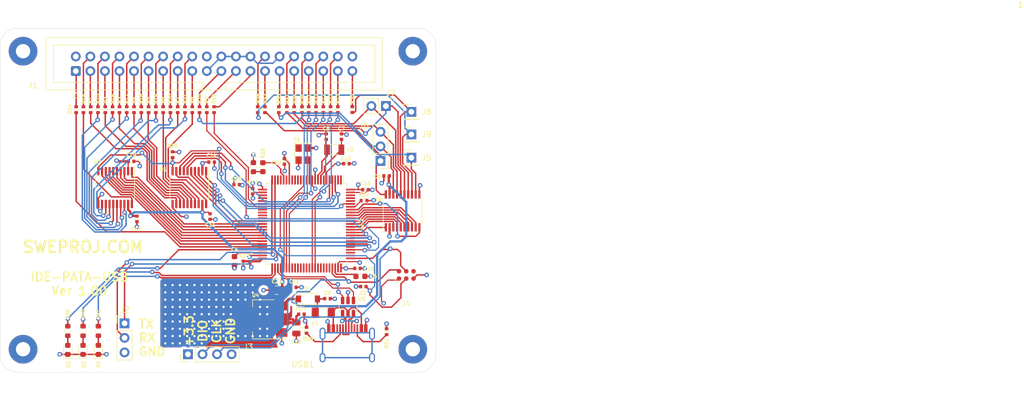
<source format=kicad_pcb>
(kicad_pcb (version 20211014) (generator pcbnew)

  (general
    (thickness 1.6)
  )

  (paper "A4")
  (title_block
    (date "2022-11-21")
  )

  (layers
    (0 "F.Cu" signal)
    (1 "In1.Cu" signal)
    (2 "In2.Cu" signal)
    (31 "B.Cu" signal)
    (32 "B.Adhes" user "B.Adhesive")
    (33 "F.Adhes" user "F.Adhesive")
    (34 "B.Paste" user)
    (35 "F.Paste" user)
    (36 "B.SilkS" user "B.Silkscreen")
    (37 "F.SilkS" user "F.Silkscreen")
    (38 "B.Mask" user)
    (39 "F.Mask" user)
    (40 "Dwgs.User" user "User.Drawings")
    (41 "Cmts.User" user "User.Comments")
    (42 "Eco1.User" user "User.Eco1")
    (43 "Eco2.User" user "User.Eco2")
    (44 "Edge.Cuts" user)
    (45 "Margin" user)
    (46 "B.CrtYd" user "B.Courtyard")
    (47 "F.CrtYd" user "F.Courtyard")
    (48 "B.Fab" user)
    (49 "F.Fab" user)
  )

  (setup
    (stackup
      (layer "F.SilkS" (type "Top Silk Screen"))
      (layer "F.Paste" (type "Top Solder Paste"))
      (layer "F.Mask" (type "Top Solder Mask") (thickness 0.01))
      (layer "F.Cu" (type "copper") (thickness 0.035))
      (layer "dielectric 1" (type "core") (thickness 0.48) (material "FR4") (epsilon_r 4.5) (loss_tangent 0.02))
      (layer "In1.Cu" (type "copper") (thickness 0.035))
      (layer "dielectric 2" (type "prepreg") (thickness 0.48) (material "FR4") (epsilon_r 4.5) (loss_tangent 0.02))
      (layer "In2.Cu" (type "copper") (thickness 0.035))
      (layer "dielectric 3" (type "core") (thickness 0.48) (material "FR4") (epsilon_r 4.5) (loss_tangent 0.02))
      (layer "B.Cu" (type "copper") (thickness 0.035))
      (layer "B.Mask" (type "Bottom Solder Mask") (thickness 0.01))
      (layer "B.Paste" (type "Bottom Solder Paste"))
      (layer "B.SilkS" (type "Bottom Silk Screen"))
      (copper_finish "None")
      (dielectric_constraints no)
    )
    (pad_to_mask_clearance 0)
    (pcbplotparams
      (layerselection 0x00010fc_ffffffff)
      (disableapertmacros false)
      (usegerberextensions true)
      (usegerberattributes false)
      (usegerberadvancedattributes false)
      (creategerberjobfile false)
      (svguseinch false)
      (svgprecision 6)
      (excludeedgelayer true)
      (plotframeref false)
      (viasonmask false)
      (mode 1)
      (useauxorigin false)
      (hpglpennumber 1)
      (hpglpenspeed 20)
      (hpglpendiameter 15.000000)
      (dxfpolygonmode true)
      (dxfimperialunits true)
      (dxfusepcbnewfont true)
      (psnegative false)
      (psa4output false)
      (plotreference true)
      (plotvalue false)
      (plotinvisibletext false)
      (sketchpadsonfab false)
      (subtractmaskfromsilk true)
      (outputformat 1)
      (mirror false)
      (drillshape 0)
      (scaleselection 1)
      (outputdirectory "out/")
    )
  )

  (net 0 "")
  (net 1 "GND")
  (net 2 "Net-(J1-Pad38)")
  (net 3 "Net-(J1-Pad37)")
  (net 4 "Net-(J1-Pad36)")
  (net 5 "Net-(J1-Pad35)")
  (net 6 "Net-(J1-Pad33)")
  (net 7 "Net-(J1-Pad25)")
  (net 8 "Net-(J1-Pad23)")
  (net 9 "Net-(J1-Pad18)")
  (net 10 "Net-(J1-Pad17)")
  (net 11 "Net-(J1-Pad16)")
  (net 12 "Net-(J1-Pad15)")
  (net 13 "Net-(J1-Pad14)")
  (net 14 "Net-(J1-Pad13)")
  (net 15 "Net-(J1-Pad12)")
  (net 16 "Net-(J1-Pad11)")
  (net 17 "Net-(J1-Pad10)")
  (net 18 "Net-(J1-Pad9)")
  (net 19 "Net-(J1-Pad8)")
  (net 20 "Net-(J1-Pad7)")
  (net 21 "Net-(J1-Pad6)")
  (net 22 "Net-(J1-Pad5)")
  (net 23 "Net-(J1-Pad4)")
  (net 24 "Net-(J1-Pad3)")
  (net 25 "Net-(J1-Pad1)")
  (net 26 "/CS0")
  (net 27 "/DD1A")
  (net 28 "/DD3A")
  (net 29 "/OE")
  (net 30 "/DD4A")
  (net 31 "/DD6A")
  (net 32 "+3V3")
  (net 33 "/DD5A")
  (net 34 "/DD2A")
  (net 35 "/DD0A")
  (net 36 "/DIOW")
  (net 37 "/CS1")
  (net 38 "/DA2")
  (net 39 "/DA0")
  (net 40 "/DD14A")
  (net 41 "/DD12A")
  (net 42 "/DD10A")
  (net 43 "/DD8A")
  (net 44 "/DIOR")
  (net 45 "/DD7A")
  (net 46 "/DD9A")
  (net 47 "/DD11A")
  (net 48 "/DD13A")
  (net 49 "/DD15A")
  (net 50 "/RESET")
  (net 51 "/DA1")
  (net 52 "/DD7B")
  (net 53 "/DD6B")
  (net 54 "/DD5B")
  (net 55 "/DD4B")
  (net 56 "/DD3B")
  (net 57 "/DD2B")
  (net 58 "/DD1B")
  (net 59 "/DD0B")
  (net 60 "/DD8B")
  (net 61 "/DD9B")
  (net 62 "/DD10B")
  (net 63 "/DD11B")
  (net 64 "/DD12B")
  (net 65 "/DD13B")
  (net 66 "/DD14B")
  (net 67 "/DD15B")
  (net 68 "+5V")
  (net 69 "/nRST")
  (net 70 "Net-(C4-Pad1)")
  (net 71 "Net-(C5-Pad1)")
  (net 72 "Net-(C6-Pad1)")
  (net 73 "Net-(C7-Pad1)")
  (net 74 "USB_POWER")
  (net 75 "unconnected-(J1-Pad20)")
  (net 76 "/SWDIO")
  (net 77 "/SWCLK")
  (net 78 "unconnected-(J4-Pad6)")
  (net 79 "Net-(L1-Pad2)")
  (net 80 "Net-(R27-Pad1)")
  (net 81 "Net-(R28-Pad2)")
  (net 82 "Net-(R30-Pad2)")
  (net 83 "Net-(R31-Pad2)")
  (net 84 "unconnected-(U3-Pad1)")
  (net 85 "unconnected-(U3-Pad2)")
  (net 86 "unconnected-(U3-Pad7)")
  (net 87 "unconnected-(U3-Pad15)")
  (net 88 "unconnected-(U3-Pad16)")
  (net 89 "unconnected-(U3-Pad17)")
  (net 90 "unconnected-(U3-Pad18)")
  (net 91 "/UART_TX")
  (net 92 "/UART_RX")
  (net 93 "unconnected-(U3-Pad29)")
  (net 94 "unconnected-(U3-Pad30)")
  (net 95 "unconnected-(U3-Pad31)")
  (net 96 "unconnected-(U3-Pad34)")
  (net 97 "unconnected-(U3-Pad35)")
  (net 98 "unconnected-(U3-Pad36)")
  (net 99 "unconnected-(U3-Pad58)")
  (net 100 "unconnected-(U3-Pad59)")
  (net 101 "unconnected-(U3-Pad60)")
  (net 102 "unconnected-(U3-Pad61)")
  (net 103 "unconnected-(U3-Pad62)")
  (net 104 "unconnected-(U3-Pad63)")
  (net 105 "unconnected-(U3-Pad64)")
  (net 106 "unconnected-(U3-Pad67)")
  (net 107 "unconnected-(U3-Pad68)")
  (net 108 "unconnected-(U3-Pad69)")
  (net 109 "/USB-")
  (net 110 "/USB+")
  (net 111 "unconnected-(U3-Pad77)")
  (net 112 "unconnected-(U3-Pad78)")
  (net 113 "unconnected-(U3-Pad80)")
  (net 114 "unconnected-(U3-Pad96)")
  (net 115 "unconnected-(U3-Pad97)")
  (net 116 "unconnected-(U3-Pad98)")
  (net 117 "Net-(U5-Pad4)")
  (net 118 "Net-(F1-Pad2)")
  (net 119 "Net-(U5-Pad6)")
  (net 120 "unconnected-(USB1-Pad13)")
  (net 121 "unconnected-(USB1-Pad9)")
  (net 122 "unconnected-(USB1-Pad3)")
  (net 123 "unconnected-(H1-Pad1)")
  (net 124 "unconnected-(H2-Pad1)")
  (net 125 "unconnected-(H3-Pad1)")
  (net 126 "unconnected-(H4-Pad1)")
  (net 127 "/IORDYB")
  (net 128 "/CSELB")
  (net 129 "/DMACKB")
  (net 130 "/INTRQB")
  (net 131 "/IOCS16B")
  (net 132 "/PDIAGB")
  (net 133 "/ACTB")
  (net 134 "/DMARQB")
  (net 135 "/ACTA")
  (net 136 "/CSELA")
  (net 137 "/IOCS16A")
  (net 138 "/PDIAGA")
  (net 139 "/DMARQA")
  (net 140 "/INTRQA")
  (net 141 "Net-(J1-Pad21)")
  (net 142 "Net-(J1-Pad27)")
  (net 143 "Net-(J1-Pad28)")
  (net 144 "Net-(J1-Pad29)")
  (net 145 "Net-(J1-Pad31)")
  (net 146 "Net-(J1-Pad32)")
  (net 147 "Net-(J1-Pad34)")
  (net 148 "Net-(J1-Pad39)")
  (net 149 "/IORDYA")
  (net 150 "/DMACKA")
  (net 151 "/OE2")
  (net 152 "Net-(D2-Pad2)")
  (net 153 "Net-(D3-Pad2)")
  (net 154 "Net-(D4-Pad2)")
  (net 155 "/LED1")
  (net 156 "/LED2")
  (net 157 "/LED3")
  (net 158 "unconnected-(U3-Pad23)")
  (net 159 "unconnected-(U3-Pad20)")
  (net 160 "unconnected-(U3-Pad22)")
  (net 161 "unconnected-(U3-Pad28)")
  (net 162 "unconnected-(U3-Pad33)")
  (net 163 "unconnected-(U3-Pad70)")
  (net 164 "unconnected-(U3-Pad71)")
  (net 165 "Net-(U3-Pad12)")
  (net 166 "unconnected-(U3-Pad13)")
  (net 167 "unconnected-(X1-Pad1)")

  (footprint "Connector_IDC:IDC-Header_2x20_P2.54mm_Vertical" (layer "F.Cu") (at 68.199 93.4625 90))

  (footprint "Resistor_SMD:R_0402_1005Metric" (layer "F.Cu") (at 70.801457 100.205 -90))

  (footprint "Resistor_SMD:R_0402_1005Metric" (layer "F.Cu") (at 73.341457 100.205 -90))

  (footprint "Resistor_SMD:R_0402_1005Metric" (layer "F.Cu") (at 75.819 100.203 -90))

  (footprint "Resistor_SMD:R_0402_1005Metric" (layer "F.Cu") (at 78.359 100.203 -90))

  (footprint "Resistor_SMD:R_0402_1005Metric" (layer "F.Cu") (at 80.899 100.203 -90))

  (footprint "Resistor_SMD:R_0402_1005Metric" (layer "F.Cu") (at 83.439 100.203 -90))

  (footprint "Resistor_SMD:R_0402_1005Metric" (layer "F.Cu") (at 85.979 100.203 -90))

  (footprint "Resistor_SMD:R_0402_1005Metric" (layer "F.Cu") (at 88.519 100.203 -90))

  (footprint "Resistor_SMD:R_0402_1005Metric" (layer "F.Cu") (at 91.059 100.203 -90))

  (footprint "Resistor_SMD:R_0402_1005Metric" (layer "F.Cu") (at 92.329 100.203 -90))

  (footprint "Resistor_SMD:R_0402_1005Metric" (layer "F.Cu") (at 108.839 100.203 -90))

  (footprint "Resistor_SMD:R_0402_1005Metric" (layer "F.Cu") (at 111.379 100.203 -90))

  (footprint "Resistor_SMD:R_0402_1005Metric" (layer "F.Cu") (at 113.919 100.203 -90))

  (footprint "Resistor_SMD:R_0402_1005Metric" (layer "F.Cu") (at 69.531457 100.205 90))

  (footprint "Resistor_SMD:R_0402_1005Metric" (layer "F.Cu") (at 72.071457 100.205 90))

  (footprint "Resistor_SMD:R_0402_1005Metric" (layer "F.Cu") (at 74.611457 100.205 90))

  (footprint "Resistor_SMD:R_0402_1005Metric" (layer "F.Cu") (at 77.089 100.203 90))

  (footprint "Resistor_SMD:R_0402_1005Metric" (layer "F.Cu") (at 79.629 100.203 90))

  (footprint "Resistor_SMD:R_0402_1005Metric" (layer "F.Cu") (at 82.169 100.203 90))

  (footprint "Resistor_SMD:R_0402_1005Metric" (layer "F.Cu") (at 84.709 100.203 90))

  (footprint "Resistor_SMD:R_0402_1005Metric" (layer "F.Cu") (at 87.249 100.203 90))

  (footprint "Resistor_SMD:R_0402_1005Metric" (layer "F.Cu") (at 110.109 100.203 90))

  (footprint "Resistor_SMD:R_0402_1005Metric" (layer "F.Cu") (at 112.649 100.203 90))

  (footprint "Resistor_SMD:R_0402_1005Metric" (layer "F.Cu") (at 68.261457 100.203 -90))

  (footprint "Package_SO:TSSOP-20_4.4x6.5mm_P0.65mm" (layer "F.Cu") (at 88.011 113.792 -90))

  (footprint "Package_SO:TSSOP-20_4.4x6.5mm_P0.65mm" (layer "F.Cu") (at 75.057 113.792 -90))

  (footprint "Connector_PinHeader_2.54mm:PinHeader_1x01_P2.54mm_Vertical" (layer "F.Cu") (at 126.746 108.585))

  (footprint "Connector_PinHeader_2.54mm:PinHeader_1x01_P2.54mm_Vertical" (layer "F.Cu") (at 126.746 100.584))

  (footprint "Connector_PinHeader_2.54mm:PinHeader_1x01_P2.54mm_Vertical" (layer "F.Cu") (at 126.746 104.521))

  (footprint "Connector_PinHeader_2.54mm:PinHeader_1x03_P2.54mm_Vertical" (layer "F.Cu") (at 121.3612 109.1438 180))

  (footprint "Connector_PinHeader_2.54mm:PinHeader_1x02_P2.54mm_Vertical" (layer "F.Cu") (at 122.306 99.568 -90))

  (footprint "Package_QFP:LQFP-100_14x14mm_P0.5mm" (layer "F.Cu") (at 108.458 120.142 -90))

  (footprint "Capacitor_SMD:C_0402_1005Metric" (layer "F.Cu") (at 96.266 113.284))

  (footprint "Resistor_SMD:R_0402_1005Metric" (layer "F.Cu") (at 85.09 108.0516 90))

  (footprint "MountingHole:MountingHole_2.5mm_Pad_TopBottom" (layer "F.Cu") (at 127 142))

  (footprint "Capacitor_SMD:C_0402_1005Metric" (layer "F.Cu") (at 78.867 119.253 -90))

  (footprint "Diode_SMD:D_SOD-123" (layer "F.Cu") (at 108.712 133.223))

  (footprint "Resistor_SMD:R_0402_1005Metric" (layer "F.Cu") (at 106.299 100.203 -90))

  (footprint "Capacitor_SMD:C_0402_1005Metric" (layer "F.Cu") (at 97.409 127.127 -90))

  (footprint "Capacitor_SMD:C_0805_2012Metric" (layer "F.Cu") (at 103.251 131.699 180))

  (footprint "LED_SMD:LED_0603_1608Metric" (layer "F.Cu") (at 72.136 142.113 90))

  (footprint "Resistor_SMD:R_0402_1005Metric" (layer "F.Cu") (at 107.6706 100.203 90))

  (footprint "Resistor_SMD:R_0603_1608Metric" (layer "F.Cu") (at 72.136 138.811 90))

  (footprint "Resistor_SMD:R_0603_1608Metric" (layer "F.Cu") (at 69.469 138.811 90))

  (footprint "Resistor_SMD:R_0402_1005Metric" (layer "F.Cu") (at 105.029 100.203 90))

  (footprint "MountingHole:MountingHole_2.5mm_Pad_TopBottom" (layer "F.Cu") (at 59 90))

  (footprint "Capacitor_SMD:C_0402_1005Metric" (layer "F.Cu") (at 117.348 127.889))

  (footprint "Capacitor_SMD:C_0402_1005Metric" (layer "F.Cu")
    (tedit 5F68FEEE) (tstamp 52896d5a-8238-4927-9c3d-213fe1cb95bd)
    (at 99.06 114.427 90)
    (descr "Capacitor SMD 0402 (1005 Metric), square (rectangular) end terminal, IPC_7351 nominal, (Body size source: IPC-SM-782 page 76, https://www.pcb-3d.com/wordpress/wp-content/uploads/ipc-sm-782a_amendment_1_and_2.pdf), generated with kicad-footprint-generator")
    (tags "capacitor")
    (property "LCSC" "C1525")
    (property "Sheetfile" "ideatausb.kicad_sch")
    (property "Sheetname" "")
    (path "/7a7d20e9-8e97-4193-9d99-39c261138de8")
    (attr smd)
    (fp_text reference "C17" (at 1.524 0 180) (layer "F.SilkS")
      (effects (font (size 0.6 0.
... [1111085 chars truncated]
</source>
